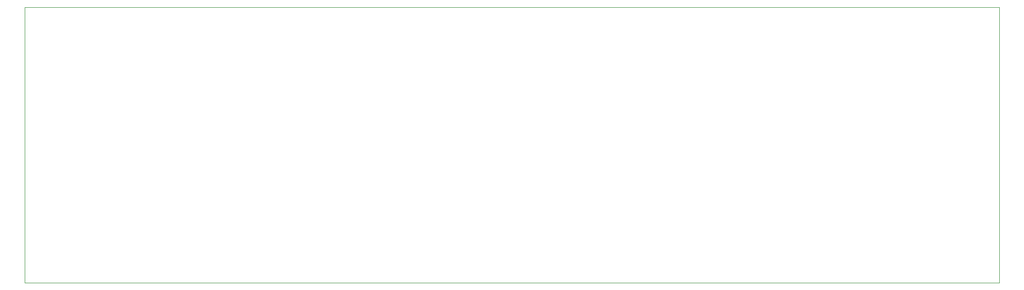
<source format=gbr>
%TF.GenerationSoftware,KiCad,Pcbnew,5.1.9-73d0e3b20d~88~ubuntu20.04.1*%
%TF.CreationDate,2021-01-27T17:20:50-06:00*%
%TF.ProjectId,ProtoPCBs,50726f74-6f50-4434-9273-2e6b69636164,rev?*%
%TF.SameCoordinates,Original*%
%TF.FileFunction,Profile,NP*%
%FSLAX46Y46*%
G04 Gerber Fmt 4.6, Leading zero omitted, Abs format (unit mm)*
G04 Created by KiCad (PCBNEW 5.1.9-73d0e3b20d~88~ubuntu20.04.1) date 2021-01-27 17:20:50*
%MOMM*%
%LPD*%
G01*
G04 APERTURE LIST*
%TA.AperFunction,Profile*%
%ADD10C,0.100000*%
%TD*%
G04 APERTURE END LIST*
D10*
X236220000Y-55880000D02*
X236220000Y-104140000D01*
X66040000Y-55880000D02*
X236220000Y-55880000D01*
X66040000Y-104140000D02*
X66040000Y-55880000D01*
X236220000Y-104140000D02*
X66040000Y-104140000D01*
M02*

</source>
